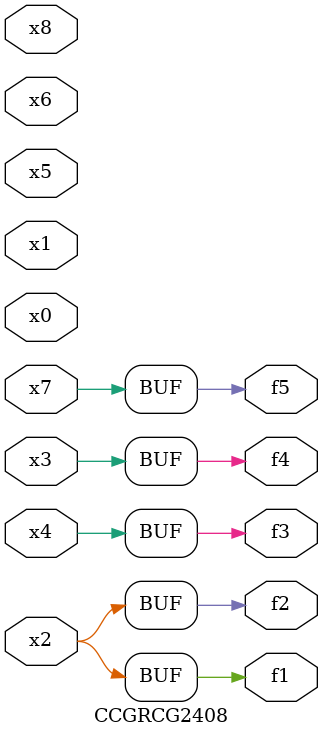
<source format=v>
module CCGRCG2408(
	input x0, x1, x2, x3, x4, x5, x6, x7, x8,
	output f1, f2, f3, f4, f5
);
	assign f1 = x2;
	assign f2 = x2;
	assign f3 = x4;
	assign f4 = x3;
	assign f5 = x7;
endmodule

</source>
